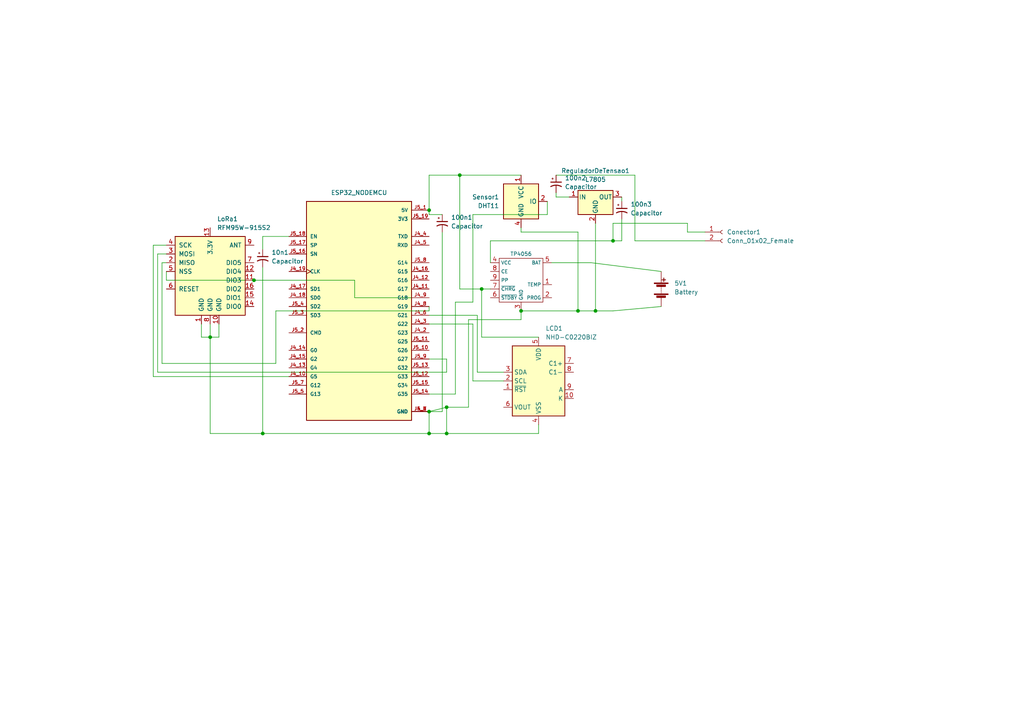
<source format=kicad_sch>
(kicad_sch (version 20211123) (generator eeschema)
  (paper "A4")
  (title_block (title "Esquema Eletrico ") (rev "Rafael Pascale") (company "Tractian"))
  (lib_symbols
    (symbol "Connector:Conn_01x02_Female" (pin_names (offset 1.016) hide)
      (property "Reference" "J" (at 0 2.54 0))
      (property "Value" "Conn_01x02_Female" (at 0 -5.08 0))
      (symbol "Conn_01x02_Female_1_1"
        (arc (start 0 -2.032) (mid -0.508 -2.54) (end 0 -3.048) (stroke (width 0.1524)))
        (polyline (pts (xy -1.27 -2.54) (xy -0.508 -2.54)) (stroke (width 0.1524)))
        (polyline (pts (xy -1.27 0) (xy -0.508 0)) (stroke (width 0.1524)))
        (arc (start 0 0.508) (mid -0.508 0) (end 0 -0.508) (stroke (width 0.1524)))
        (pin passive line (at -5.08 0 0) (length 3.81) (name "Pin_1") (number "1"))
        (pin passive line (at -5.08 -2.54 0) (length 3.81) (name "Pin_2") (number "2"))
      )
    )
    (symbol "Device:Battery" (pin_numbers hide) (pin_names (offset 0) hide)
      (property "Reference" "BT" (at 2.54 2.54 0))
      (property "Value" "Battery" (at 2.54 0 0))
      (symbol "Battery_0_1"
        (rectangle (start -2.032 -1.397) (end 2.032 -1.651) (fill (type outline)))
        (rectangle (start -2.032 1.778) (end 2.032 1.524) (fill (type outline)))
        (rectangle (start -1.3208 -1.9812) (end 1.27 -2.4892) (fill (type outline)))
        (rectangle (start -1.3208 1.1938) (end 1.27 0.6858) (fill (type outline)))
        (polyline (pts (xy 0 -1.524) (xy 0 -1.27)))
        (polyline (pts (xy 0 -1.016) (xy 0 -0.762)))
        (polyline (pts (xy 0 -0.508) (xy 0 -0.254)))
        (polyline (pts (xy 0 0) (xy 0 0.254)))
        (polyline (pts (xy 0 0.508) (xy 0 0.762)))
        (polyline (pts (xy 0 1.778) (xy 0 2.54)))
        (polyline (pts (xy 0.254 2.667) (xy 1.27 2.667)) (stroke (width 0.254)))
        (polyline (pts (xy 0.762 3.175) (xy 0.762 2.159)) (stroke (width 0.254)))
      )
      (symbol "Battery_1_1"
        (pin passive line (at 0 5.08 270) (length 2.54) (name "+") (number "1"))
        (pin passive line (at 0 -5.08 90) (length 2.54) (name "-") (number "2"))
      )
    )
    (symbol "Device:C_Polarized_Small_US" (pin_numbers hide) (pin_names (offset 0.254) hide)
      (property "Reference" "C" (at 0.254 1.778 0))
      (property "Value" "C_Polarized_Small_US" (at 0.254 -2.032 0))
      (symbol "C_Polarized_Small_US_0_1"
        (polyline (pts (xy -1.524 0.508) (xy 1.524 0.508)) (stroke (width 0.3048)))
        (polyline (pts (xy -1.27 1.524) (xy -0.762 1.524)))
        (polyline (pts (xy -1.016 1.27) (xy -1.016 1.778)))
        (arc (start 1.524 -0.762) (mid 0 -0.3734) (end -1.524 -0.762) (stroke (width 0.3048)))
      )
      (symbol "C_Polarized_Small_US_1_1"
        (pin passive line (at 0 2.54 270) (length 2.032) (name "~") (number "1"))
        (pin passive line (at 0 -2.54 90) (length 2.032) (name "~") (number "2"))
      )
    )
    (symbol "Display_Character:NHD-C0220BIZ"
      (property "Reference" "U" (at -6.35 11.43 0))
      (property "Value" "NHD-C0220BIZ" (at 8.89 11.43 0))
      (symbol "NHD-C0220BIZ_0_1"
        (rectangle (start -7.62 10.16) (end 7.62 -10.16) (stroke (width 0.254)) (fill (type background)))
      )
      (symbol "NHD-C0220BIZ_1_1"
        (pin input line (at -10.16 -2.54 0) (length 2.54) (name "~{RST}") (number "1"))
        (pin passive line (at 10.16 -5.08 180) (length 2.54) (name "K") (number "10"))
        (pin input line (at -10.16 0 0) (length 2.54) (name "SCL") (number "2"))
        (pin bidirectional line (at -10.16 2.54 0) (length 2.54) (name "SDA") (number "3"))
        (pin power_in line (at 0 -12.7 90) (length 2.54) (name "VSS") (number "4"))
        (pin power_in line (at 0 12.7 270) (length 2.54) (name "VDD") (number "5"))
        (pin passive line (at -10.16 -7.62 0) (length 2.54) (name "VOUT") (number "6"))
        (pin passive line (at 10.16 5.08 180) (length 2.54) (name "C1+") (number "7"))
        (pin passive line (at 10.16 2.54 180) (length 2.54) (name "C1-") (number "8"))
        (pin passive line (at 10.16 -2.54 180) (length 2.54) (name "A") (number "9"))
      )
    )
    (symbol "ESP32_NODEMCU:ESP32_NODEMCU" (pin_names (offset 1.016))
      (property "Reference" "U" (at -15.24 31.242 0))
      (property "Value" "ESP32_NODEMCU" (at -15.24 -35.56 0))
      (symbol "ESP32_NODEMCU_0_0"
        (rectangle (start -15.24 -33.02) (end 15.24 30.48) (stroke (width 0.254)) (fill (type background)))
        (pin power_in line (at 20.32 -30.48 180) (length 5.08) (name "GND") (number "J4_1"))
        (pin bidirectional line (at -20.32 -20.32 0) (length 5.08) (name "G5") (number "J4_10"))
        (pin bidirectional line (at 20.32 5.08 180) (length 5.08) (name "G17") (number "J4_11"))
        (pin bidirectional line (at 20.32 7.62 180) (length 5.08) (name "G16") (number "J4_12"))
        (pin bidirectional line (at -20.32 -17.78 0) (length 5.08) (name "G4") (number "J4_13"))
        (pin bidirectional line (at -20.32 -12.7 0) (length 5.08) (name "G0") (number "J4_14"))
        (pin bidirectional line (at -20.32 -15.24 0) (length 5.08) (name "G2") (number "J4_15"))
        (pin bidirectional line (at 20.32 10.16 180) (length 5.08) (name "G15") (number "J4_16"))
        (pin bidirectional line (at -20.32 5.08 0) (length 5.08) (name "SD1") (number "J4_17"))
        (pin bidirectional line (at -20.32 2.54 0) (length 5.08) (name "SD0") (number "J4_18"))
        (pin input clock (at -20.32 10.16 0) (length 5.08) (name "CLK") (number "J4_19"))
        (pin bidirectional line (at 20.32 -7.62 180) (length 5.08) (name "G23") (number "J4_2"))
        (pin bidirectional line (at 20.32 -5.08 180) (length 5.08) (name "G22") (number "J4_3"))
        (pin output line (at 20.32 20.32 180) (length 5.08) (name "TXD") (number "J4_4"))
        (pin input line (at 20.32 17.78 180) (length 5.08) (name "RXD") (number "J4_5"))
        (pin bidirectional line (at 20.32 -2.54 180) (length 5.08) (name "G21") (number "J4_6"))
        (pin power_in line (at 20.32 -30.48 180) (length 5.08) (name "GND") (number "J4_7"))
        (pin bidirectional line (at 20.32 0 180) (length 5.08) (name "G19") (number "J4_8"))
        (pin bidirectional line (at 20.32 2.54 180) (length 5.08) (name "G18") (number "J4_9"))
        (pin power_in line (at 20.32 27.94 180) (length 5.08) (name "5V") (number "J5_1"))
        (pin bidirectional line (at 20.32 -12.7 180) (length 5.08) (name "G26") (number "J5_10"))
        (pin bidirectional line (at 20.32 -10.16 180) (length 5.08) (name "G25") (number "J5_11"))
        (pin bidirectional line (at 20.32 -20.32 180) (length 5.08) (name "G33") (number "J5_12"))
        (pin bidirectional line (at 20.32 -17.78 180) (length 5.08) (name "G32") (number "J5_13"))
        (pin bidirectional line (at 20.32 -25.4 180) (length 5.08) (name "G35") (number "J5_14"))
        (pin bidirectional line (at 20.32 -22.86 180) (length 5.08) (name "G34") (number "J5_15"))
        (pin input line (at -20.32 15.24 0) (length 5.08) (name "SN") (number "J5_16"))
        (pin input line (at -20.32 17.78 0) (length 5.08) (name "SP") (number "J5_17"))
        (pin input line (at -20.32 20.32 0) (length 5.08) (name "EN") (number "J5_18"))
        (pin power_in line (at 20.32 25.4 180) (length 5.08) (name "3V3") (number "J5_19"))
        (pin bidirectional line (at -20.32 -7.62 0) (length 5.08) (name "CMD") (number "J5_2"))
        (pin bidirectional line (at -20.32 -2.54 0) (length 5.08) (name "SD3") (number "J5_3"))
        (pin bidirectional line (at -20.32 0 0) (length 5.08) (name "SD2") (number "J5_4"))
        (pin bidirectional line (at -20.32 -25.4 0) (length 5.08) (name "G13") (number "J5_5"))
        (pin power_in line (at 20.32 -30.48 180) (length 5.08) (name "GND") (number "J5_6"))
        (pin bidirectional line (at -20.32 -22.86 0) (length 5.08) (name "G12") (number "J5_7"))
        (pin bidirectional line (at 20.32 12.7 180) (length 5.08) (name "G14") (number "J5_8"))
        (pin bidirectional line (at 20.32 -15.24 180) (length 5.08) (name "G27") (number "J5_9"))
      )
    )
    (symbol "RF_Module:RFM95W-915S2" (pin_names (offset 1.016))
      (property "Reference" "U" (at -10.414 11.684 0))
      (property "Value" "RFM95W-915S2" (at 1.524 11.43 0))
      (symbol "RFM95W-915S2_0_1"
        (rectangle (start -10.16 10.16) (end 10.16 -12.7) (stroke (width 0.254)) (fill (type background)))
      )
      (symbol "RFM95W-915S2_1_1"
        (pin power_in line (at -2.54 -15.24 90) (length 2.54) (name "GND") (number "1"))
        (pin power_in line (at 2.54 -15.24 90) (length 2.54) (name "GND") (number "10"))
        (pin bidirectional line (at 12.7 -2.54 180) (length 2.54) (name "DIO3") (number "11"))
        (pin bidirectional line (at 12.7 0 180) (length 2.54) (name "DIO4") (number "12"))
        (pin power_in line (at 0 12.7 270) (length 2.54) (name "3.3V") (number "13"))
        (pin bidirectional line (at 12.7 -10.16 180) (length 2.54) (name "DIO0") (number "14"))
        (pin bidirectional line (at 12.7 -7.62 180) (length 2.54) (name "DIO1") (number "15"))
        (pin bidirectional line (at 12.7 -5.08 180) (length 2.54) (name "DIO2") (number "16"))
        (pin output line (at -12.7 2.54 0) (length 2.54) (name "MISO") (number "2"))
        (pin input line (at -12.7 5.08 0) (length 2.54) (name "MOSI") (number "3"))
        (pin input line (at -12.7 7.62 0) (length 2.54) (name "SCK") (number "4"))
        (pin input line (at -12.7 0 0) (length 2.54) (name "NSS") (number "5"))
        (pin bidirectional line (at -12.7 -5.08 0) (length 2.54) (name "RESET") (number "6"))
        (pin bidirectional line (at 12.7 2.54 180) (length 2.54) (name "DIO5") (number "7"))
        (pin power_in line (at 0 -15.24 90) (length 2.54) (name "GND") (number "8"))
        (pin bidirectional line (at 12.7 7.62 180) (length 2.54) (name "ANT") (number "9"))
      )
    )
    (symbol "Regulator_Linear:L7805" (pin_names (offset 0.254))
      (property "Reference" "U" (at -3.81 3.175 0))
      (property "Value" "L7805" (at 0 3.175 0))
      (symbol "L7805_0_1"
        (rectangle (start -5.08 1.905) (end 5.08 -5.08) (stroke (width 0.254)) (fill (type background)))
      )
      (symbol "L7805_1_1"
        (pin power_in line (at -7.62 0 0) (length 2.54) (name "IN") (number "1"))
        (pin power_in line (at 0 -7.62 90) (length 2.54) (name "GND") (number "2"))
        (pin power_out line (at 7.62 0 180) (length 2.54) (name "OUT") (number "3"))
      )
    )
    (symbol "Sensor:DHT11"
      (property "Reference" "U" (at -3.81 6.35 0))
      (property "Value" "DHT11" (at 3.81 6.35 0))
      (symbol "DHT11_0_1"
        (rectangle (start -5.08 5.08) (end 5.08 -5.08) (stroke (width 0.254)) (fill (type background)))
      )
      (symbol "DHT11_1_1"
        (pin power_in line (at 0 7.62 270) (length 2.54) (name "VCC") (number "1"))
        (pin bidirectional line (at 7.62 0 180) (length 2.54) (name "IO") (number "2"))
        (pin no_connect line (at -5.08 0 0) (length 2.54) hide (name "NC") (number "3"))
        (pin power_in line (at 0 -7.62 90) (length 2.54) (name "GND") (number "4"))
      )
    )
    (symbol "tp4056:TP4056"
      (property "Reference" "U" (at 1.27 13.97 0))
      (property "Value" "TP4056" (at 8.89 13.97 0))
      (symbol "TP4056_0_1"
        (rectangle (start 0 12.7) (end 12.7 0))
      )
      (symbol "TP4056_1_1"
        (pin input line (at 15.24 5.08 180) (length 2.54) (name "TEMP") (number "1"))
        (pin input line (at 15.24 1.27 180) (length 2.54) (name "PROG") (number "2"))
        (pin input line (at 6.35 -2.54 90) (length 2.54) (name "GND") (number "3"))
        (pin input line (at -2.54 11.43 0) (length 2.54) (name "VCC") (number "4"))
        (pin input line (at 15.24 11.43 180) (length 2.54) (name "BAT") (number "5"))
        (pin input line (at -2.54 1.27 0) (length 2.54) (name "~{STDBY}") (number "6"))
        (pin input line (at -2.54 3.81 0) (length 2.54) (name "~{CHRG}") (number "7"))
        (pin input line (at -2.54 8.89 0) (length 2.54) (name "CE") (number "8"))
        (pin input line (at -2.54 6.35 0) (length 2.54) (name "PP") (number "9"))
      )
    )
  )
  (junction (at 139.7 83.82))
  (junction (at 124.46 119.38))
  (junction (at 124.46 60.96))
  (junction (at 60.96 97.79))
  (junction (at 172.72 90.17))
  (junction (at 133.35 50.8))
  (junction (at 167.64 90.17))
  (junction (at 73.66 81.28))
  (junction (at 151.13 90.17))
  (junction (at 177.8 69.85))
  (junction (at 129.54 125.73))
  (junction (at 76.2 125.73))
  (junction (at 129.54 118.11))
  (junction (at 124.46 125.73))
  (wire (pts (xy 139.7 97.79) (xy 156.21 97.79)))
  (wire (pts (xy 191.77 78.74) (xy 171.45 76.2)))
  (wire (pts (xy 199.39 67.31) (xy 204.47 67.31)))
  (wire (pts (xy 139.7 83.82) (xy 139.7 97.79)))
  (wire (pts (xy 158.75 62.23) (xy 158.75 58.42)))
  (wire (pts (xy 45.72 107.95) (xy 45.72 73.66)))
  (wire (pts (xy 138.43 91.44) (xy 124.46 91.44)))
  (wire (pts (xy 60.96 97.79) (xy 63.5 97.79)))
  (wire (pts (xy 124.46 125.73) (xy 129.54 125.73)))
  (wire (pts (xy 46.99 76.2) (xy 48.26 76.2)))
  (wire (pts (xy 167.64 90.17) (xy 151.13 90.17)))
  (wire (pts (xy 177.8 64.77) (xy 177.8 69.85)))
  (wire (pts (xy 161.29 57.15) (xy 165.1 57.15)))
  (wire (pts (xy 151.13 50.8) (xy 133.35 50.8)))
  (wire (pts (xy 80.01 105.41) (xy 46.99 105.41)))
  (wire (pts (xy 132.08 87.63) (xy 132.08 114.3)))
  (wire (pts (xy 44.45 71.12) (xy 44.45 109.22)))
  (wire (pts (xy 63.5 93.98) (xy 63.5 97.79)))
  (wire (pts (xy 124.46 50.8) (xy 124.46 60.96)))
  (wire (pts (xy 129.54 107.95) (xy 45.72 107.95)))
  (wire (pts (xy 102.87 86.36) (xy 102.87 81.28)))
  (wire (pts (xy 199.39 64.77) (xy 199.39 67.31)))
  (wire (pts (xy 167.64 90.17) (xy 167.64 67.31)))
  (wire (pts (xy 129.54 118.11) (xy 129.54 125.73)))
  (wire (pts (xy 48.26 71.12) (xy 44.45 71.12)))
  (wire (pts (xy 142.24 83.82) (xy 139.7 83.82)))
  (wire (pts (xy 142.24 69.85) (xy 177.8 69.85)))
  (wire (pts (xy 60.96 97.79) (xy 60.96 125.73)))
  (wire (pts (xy 60.96 125.73) (xy 76.2 125.73)))
  (wire (pts (xy 184.15 50.8) (xy 161.29 50.8)))
  (wire (pts (xy 128.27 119.38) (xy 124.46 119.38)))
  (wire (pts (xy 177.8 69.85) (xy 180.34 69.85)))
  (wire (pts (xy 124.46 86.36) (xy 102.87 86.36)))
  (wire (pts (xy 80.01 90.17) (xy 80.01 105.41)))
  (wire (pts (xy 137.16 62.23) (xy 158.75 62.23)))
  (wire (pts (xy 58.42 93.98) (xy 58.42 97.79)))
  (wire (pts (xy 73.66 81.28) (xy 48.26 81.28)))
  (wire (pts (xy 124.46 88.9) (xy 124.46 90.17)))
  (wire (pts (xy 151.13 92.71) (xy 151.13 90.17)))
  (wire (pts (xy 76.2 77.47) (xy 76.2 125.73)))
  (wire (pts (xy 133.35 50.8) (xy 133.35 83.82)))
  (wire (pts (xy 161.29 55.88) (xy 161.29 57.15)))
  (wire (pts (xy 76.2 125.73) (xy 124.46 125.73)))
  (wire (pts (xy 48.26 78.74) (xy 48.26 81.28)))
  (wire (pts (xy 146.05 110.49) (xy 137.16 110.49)))
  (wire (pts (xy 128.27 67.31) (xy 128.27 119.38)))
  (wire (pts (xy 137.16 93.98) (xy 124.46 93.98)))
  (wire (pts (xy 151.13 67.31) (xy 151.13 66.04)))
  (wire (pts (xy 124.46 62.23) (xy 124.46 60.96)))
  (wire (pts (xy 58.42 97.79) (xy 60.96 97.79)))
  (wire (pts (xy 129.54 118.11) (xy 135.89 118.11)))
  (wire (pts (xy 133.35 50.8) (xy 124.46 50.8)))
  (wire (pts (xy 129.54 125.73) (xy 156.21 125.73)))
  (wire (pts (xy 139.7 83.82) (xy 133.35 83.82)))
  (wire (pts (xy 184.15 69.85) (xy 204.47 69.85)))
  (wire (pts (xy 172.72 90.17) (xy 167.64 90.17)))
  (wire (pts (xy 76.2 68.58) (xy 76.2 72.39)))
  (wire (pts (xy 180.34 63.5) (xy 180.34 69.85)))
  (wire (pts (xy 146.05 107.95) (xy 138.43 107.95)))
  (wire (pts (xy 45.72 73.66) (xy 48.26 73.66)))
  (wire (pts (xy 124.46 90.17) (xy 80.01 90.17)))
  (wire (pts (xy 137.16 110.49) (xy 137.16 93.98)))
  (wire (pts (xy 124.46 125.73) (xy 124.46 119.38)))
  (wire (pts (xy 46.99 105.41) (xy 46.99 76.2)))
  (wire (pts (xy 137.16 87.63) (xy 137.16 62.23)))
  (wire (pts (xy 303.53 90.17) (xy 304.8 90.17)))
  (wire (pts (xy 156.21 123.19) (xy 156.21 125.73)))
  (wire (pts (xy 102.87 81.28) (xy 73.66 81.28)))
  (wire (pts (xy 124.46 114.3) (xy 132.08 114.3)))
  (wire (pts (xy 199.39 64.77) (xy 177.8 64.77)))
  (wire (pts (xy 172.72 64.77) (xy 172.72 90.17)))
  (wire (pts (xy 129.54 104.14) (xy 129.54 107.95)))
  (wire (pts (xy 135.89 92.71) (xy 151.13 92.71)))
  (wire (pts (xy 142.24 76.2) (xy 142.24 69.85)))
  (wire (pts (xy 180.34 57.15) (xy 180.34 58.42)))
  (wire (pts (xy 44.45 109.22) (xy 83.82 109.22)))
  (wire (pts (xy 191.77 88.9) (xy 177.8 90.17)))
  (wire (pts (xy 60.96 93.98) (xy 60.96 97.79)))
  (wire (pts (xy 124.46 119.38) (xy 129.54 118.11)))
  (wire (pts (xy 167.64 67.31) (xy 151.13 67.31)))
  (wire (pts (xy 128.27 62.23) (xy 124.46 62.23)))
  (wire (pts (xy 135.89 118.11) (xy 135.89 92.71)))
  (wire (pts (xy 177.8 90.17) (xy 172.72 90.17)))
  (wire (pts (xy 171.45 76.2) (xy 160.02 76.2)))
  (wire (pts (xy 184.15 69.85) (xy 184.15 50.8)))
  (wire (pts (xy 124.46 104.14) (xy 129.54 104.14)))
  (wire (pts (xy 138.43 107.95) (xy 138.43 91.44)))
  (wire (pts (xy 83.82 68.58) (xy 76.2 68.58)))
  (wire (pts (xy 132.08 87.63) (xy 137.16 87.63)))
  (symbol (lib_id "Sensor:DHT11") (at 151.13 58.42 0) (unit 1)
    (property "Reference" "Sensor1" (at 144.78 57.1499 0) (effects (justify right)))
    (property "Value" "DHT11" (at 144.78 59.6899 0) (effects (justify right)))
    (property "Footprint" "Sensor:Aosong_DHT11_5.5x12.0_P2.54mm" (effects hide))
    (property "Datasheet" "http://akizukidenshi.com/download/ds/aosong/DHT11.pdf" (effects hide))
  )
  (symbol (lib_id "tp4056:TP4056") (at 144.78 87.63 0) (unit 1)
    (property "Reference" "U3" (effects hide))
    (property "Value" "TP4056" (at 151.13 73.66 0) (effects (font (size 1.1 1.1))))
    (property "Footprint" "Package_SO:SOIC-8-1EP_3.9x4.9mm_P1.27mm_EP2.29x3mm" (effects hide))
  )
  (symbol (lib_id "Device:C_Polarized_Small_US") (at 161.29 53.34 0) (unit 1)
    (property "Reference" "100n2" (at 163.83 51.6381 0) (effects (justify left)))
    (property "Value" "Capacitor" (at 163.83 54.1781 0) (effects (justify left)))
  )
  (symbol (lib_id "RF_Module:RFM95W-915S2") (at 60.96 78.74 0) (unit 1)
    (property "Reference" "LoRa1" (at 62.9794 63.5 0) (effects (justify left)))
    (property "Value" "RFM95W-915S2" (at 62.9794 66.04 0) (effects (justify left)))
    (property "Datasheet" "https://www.hoperf.com/data/upload/portal/20181127/5bfcbea20e9ef.pdf" (effects hide))
  )
  (symbol (lib_id "ESP32_NODEMCU:ESP32_NODEMCU") (at 104.14 88.9 0) (unit 1)
    (property "Reference" "U2" (effects hide))
    (property "Value" "ESP32_NODEMCU" (at 104.14 55.88 0))
    (property "Footprint" "MODULE_ESP32_NODEMCU" (effects hide))
    (property "MAXIMUM_PACKAGE_HEIGHT" "6.6 mm" (effects hide))
    (property "MANUFACTURER" "Espressif" (effects hide))
    (property "STANDARD" "Manufacturer Recommendations" (effects hide))
  )
  (symbol (lib_id "Connector:Conn_01x02_Female") (at 209.55 67.31 0) (unit 1)
    (property "Reference" "Conector1" (at 210.82 67.3099 0) (effects (justify left)))
    (property "Value" "Conn_01x02_Female" (at 210.82 69.8499 0) (effects (justify left)))
  )
  (symbol (lib_id "Device:C_Polarized_Small_US") (at 128.27 64.77 0) (unit 1)
    (property "Reference" "100n1" (at 130.81 63.0681 0) (effects (justify left)))
    (property "Value" "Capacitor" (at 130.81 65.6081 0) (effects (justify left)))
  )
  (symbol (lib_id "Display_Character:NHD-C0220BIZ") (at 156.21 110.49 0) (unit 1)
    (property "Reference" "LCD1" (at 158.2294 95.25 0) (effects (justify left)))
    (property "Value" "NHD-C0220BIZ" (at 158.2294 97.79 0) (effects (justify left)))
    (property "Footprint" "Display:NHD-C0220BiZ" (effects hide))
    (property "Datasheet" "http://www.newhavendisplay.com/specs/NHD-C0220BiZ-FSW-FBW-3V3M.pdf" (effects hide))
  )
  (symbol (lib_id "Device:C_Polarized_Small_US") (at 180.34 60.96 0) (unit 1)
    (property "Reference" "100n3" (at 182.88 59.2581 0) (effects (justify left)))
    (property "Value" "Capacitor" (at 182.88 61.7981 0) (effects (justify left)))
  )
  (symbol (lib_id "Regulator_Linear:L7805") (at 172.72 57.15 0) (unit 1)
    (property "Reference" "ReguladorDeTensao1" (at 172.72 49.53 0))
    (property "Value" "L7805" (at 172.72 52.07 0))
    (property "Datasheet" "http://www.st.com/content/ccc/resource/technical/document/datasheet/41/4f/b3/b0/12/d4/47/88/CD00000444.pdf/files/CD00000444.pdf/jcr:content/translations/en.CD00000444.pdf" (effects hide))
  )
  (symbol (lib_id "Device:C_Polarized_Small_US") (at 76.2 74.93 0) (unit 1)
    (property "Reference" "10n1" (at 78.74 73.2281 0) (effects (justify left)))
    (property "Value" "Capacitor" (at 78.74 75.7681 0) (effects (justify left)))
  )
  (symbol (lib_id "Device:Battery") (at 191.77 83.82 0) (unit 1)
    (property "Reference" "5V1" (at 195.58 82.1689 0) (effects (justify left)))
    (property "Value" "Battery" (at 195.58 84.7089 0) (effects (justify left)))
  )
)
</source>
